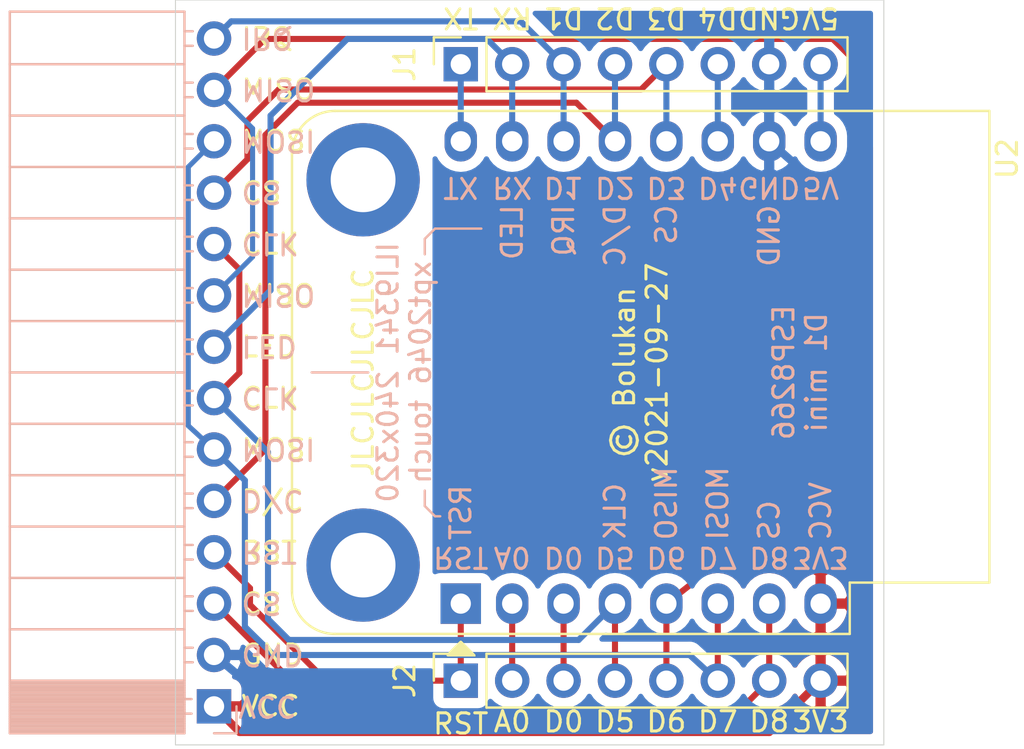
<source format=kicad_pcb>
(kicad_pcb (version 20171130) (host pcbnew "(5.1.10)-1")

  (general
    (thickness 1.6)
    (drawings 86)
    (tracks 79)
    (zones 0)
    (modules 6)
    (nets 17)
  )

  (page A4)
  (layers
    (0 F.Cu signal)
    (31 B.Cu signal)
    (32 B.Adhes user hide)
    (33 F.Adhes user hide)
    (34 B.Paste user hide)
    (35 F.Paste user hide)
    (36 B.SilkS user)
    (37 F.SilkS user)
    (38 B.Mask user hide)
    (39 F.Mask user hide)
    (40 Dwgs.User user hide)
    (41 Cmts.User user hide)
    (42 Eco1.User user hide)
    (43 Eco2.User user hide)
    (44 Edge.Cuts user hide)
    (45 Margin user hide)
    (46 B.CrtYd user hide)
    (47 F.CrtYd user hide)
    (48 B.Fab user hide)
    (49 F.Fab user hide)
  )

  (setup
    (last_trace_width 0.3)
    (trace_clearance 0.25)
    (zone_clearance 0.508)
    (zone_45_only no)
    (trace_min 0.2)
    (via_size 0.8)
    (via_drill 0.4)
    (via_min_size 0.4)
    (via_min_drill 0.3)
    (uvia_size 0.3)
    (uvia_drill 0.1)
    (uvias_allowed no)
    (uvia_min_size 0.2)
    (uvia_min_drill 0.1)
    (edge_width 0.05)
    (segment_width 0.2)
    (pcb_text_width 0.3)
    (pcb_text_size 1.5 1.5)
    (mod_edge_width 0.12)
    (mod_text_size 1 1)
    (mod_text_width 0.15)
    (pad_size 1.524 1.524)
    (pad_drill 0.762)
    (pad_to_mask_clearance 0)
    (aux_axis_origin 0 0)
    (visible_elements 7FFFFFFF)
    (pcbplotparams
      (layerselection 0x010fc_ffffffff)
      (usegerberextensions true)
      (usegerberattributes false)
      (usegerberadvancedattributes false)
      (creategerberjobfile false)
      (excludeedgelayer true)
      (linewidth 0.100000)
      (plotframeref false)
      (viasonmask false)
      (mode 1)
      (useauxorigin false)
      (hpglpennumber 1)
      (hpglpenspeed 20)
      (hpglpendiameter 15.000000)
      (psnegative false)
      (psa4output false)
      (plotreference true)
      (plotvalue false)
      (plotinvisibletext false)
      (padsonsilk false)
      (subtractmaskfromsilk true)
      (outputformat 1)
      (mirror false)
      (drillshape 0)
      (scaleselection 1)
      (outputdirectory "Gerber_jlcpcb/"))
  )

  (net 0 "")
  (net 1 T_IRQ)
  (net 2 MISO)
  (net 3 MOSI)
  (net 4 T_CS)
  (net 5 SCLK)
  (net 6 S_LED)
  (net 7 S_DC)
  (net 8 MCU_RESET)
  (net 9 S_CS)
  (net 10 GND)
  (net 11 S_VCC)
  (net 12 5V)
  (net 13 D4)
  (net 14 TX)
  (net 15 D0)
  (net 16 A0)

  (net_class Default "This is the default net class."
    (clearance 0.25)
    (trace_width 0.3)
    (via_dia 0.8)
    (via_drill 0.4)
    (uvia_dia 0.3)
    (uvia_drill 0.1)
    (add_net 5V)
    (add_net A0)
    (add_net D0)
    (add_net D4)
    (add_net MCU_RESET)
    (add_net MISO)
    (add_net MOSI)
    (add_net SCLK)
    (add_net S_CS)
    (add_net S_DC)
    (add_net S_LED)
    (add_net TX)
    (add_net T_CS)
    (add_net T_IRQ)
  )

  (net_class Power ""
    (clearance 0.25)
    (trace_width 0.4)
    (via_dia 0.8)
    (via_drill 0.4)
    (uvia_dia 0.3)
    (uvia_drill 0.1)
    (add_net GND)
    (add_net S_VCC)
  )

  (module Connector_PinSocket_2.54mm:PinSocket_1x08_P2.54mm_Vertical (layer F.Cu) (tedit 5A19A420) (tstamp 6150F2B0)
    (at 97.282 62.23 90)
    (descr "Through hole straight socket strip, 1x08, 2.54mm pitch, single row (from Kicad 4.0.7), script generated")
    (tags "Through hole socket strip THT 1x08 2.54mm single row")
    (path /615107CF)
    (fp_text reference J1 (at 0 -2.77 90) (layer F.SilkS)
      (effects (font (size 1 1) (thickness 0.15)))
    )
    (fp_text value Conn_01x08 (at 0 20.55 90) (layer F.Fab)
      (effects (font (size 1 1) (thickness 0.15)))
    )
    (fp_line (start -1.8 19.55) (end -1.8 -1.8) (layer F.CrtYd) (width 0.05))
    (fp_line (start 1.75 19.55) (end -1.8 19.55) (layer F.CrtYd) (width 0.05))
    (fp_line (start 1.75 -1.8) (end 1.75 19.55) (layer F.CrtYd) (width 0.05))
    (fp_line (start -1.8 -1.8) (end 1.75 -1.8) (layer F.CrtYd) (width 0.05))
    (fp_line (start 0 -1.33) (end 1.33 -1.33) (layer F.SilkS) (width 0.12))
    (fp_line (start 1.33 -1.33) (end 1.33 0) (layer F.SilkS) (width 0.12))
    (fp_line (start 1.33 1.27) (end 1.33 19.11) (layer F.SilkS) (width 0.12))
    (fp_line (start -1.33 19.11) (end 1.33 19.11) (layer F.SilkS) (width 0.12))
    (fp_line (start -1.33 1.27) (end -1.33 19.11) (layer F.SilkS) (width 0.12))
    (fp_line (start -1.33 1.27) (end 1.33 1.27) (layer F.SilkS) (width 0.12))
    (fp_line (start -1.27 19.05) (end -1.27 -1.27) (layer F.Fab) (width 0.1))
    (fp_line (start 1.27 19.05) (end -1.27 19.05) (layer F.Fab) (width 0.1))
    (fp_line (start 1.27 -0.635) (end 1.27 19.05) (layer F.Fab) (width 0.1))
    (fp_line (start 0.635 -1.27) (end 1.27 -0.635) (layer F.Fab) (width 0.1))
    (fp_line (start -1.27 -1.27) (end 0.635 -1.27) (layer F.Fab) (width 0.1))
    (fp_text user %R (at 0 8.89) (layer F.Fab)
      (effects (font (size 1 1) (thickness 0.15)))
    )
    (pad 8 thru_hole oval (at 0 17.78 90) (size 1.7 1.7) (drill 1) (layers *.Cu *.Mask)
      (net 12 5V))
    (pad 7 thru_hole oval (at 0 15.24 90) (size 1.7 1.7) (drill 1) (layers *.Cu *.Mask)
      (net 10 GND))
    (pad 6 thru_hole oval (at 0 12.7 90) (size 1.7 1.7) (drill 1) (layers *.Cu *.Mask)
      (net 13 D4))
    (pad 5 thru_hole oval (at 0 10.16 90) (size 1.7 1.7) (drill 1) (layers *.Cu *.Mask)
      (net 4 T_CS))
    (pad 4 thru_hole oval (at 0 7.62 90) (size 1.7 1.7) (drill 1) (layers *.Cu *.Mask)
      (net 7 S_DC))
    (pad 3 thru_hole oval (at 0 5.08 90) (size 1.7 1.7) (drill 1) (layers *.Cu *.Mask)
      (net 1 T_IRQ))
    (pad 2 thru_hole oval (at 0 2.54 90) (size 1.7 1.7) (drill 1) (layers *.Cu *.Mask)
      (net 6 S_LED))
    (pad 1 thru_hole rect (at 0 0 90) (size 1.7 1.7) (drill 1) (layers *.Cu *.Mask)
      (net 14 TX))
    (model ${KISYS3DMOD}/Connector_PinSocket_2.54mm.3dshapes/PinSocket_1x08_P2.54mm_Vertical.wrl
      (at (xyz 0 0 0))
      (scale (xyz 1 1 1))
      (rotate (xyz 0 0 0))
    )
  )

  (module Connector_PinSocket_2.54mm:PinSocket_1x08_P2.54mm_Vertical (layer F.Cu) (tedit 5A19A420) (tstamp 6150F2CC)
    (at 97.282 92.71 90)
    (descr "Through hole straight socket strip, 1x08, 2.54mm pitch, single row (from Kicad 4.0.7), script generated")
    (tags "Through hole socket strip THT 1x08 2.54mm single row")
    (path /6150FB8F)
    (fp_text reference J2 (at 0 -2.77 90) (layer F.SilkS)
      (effects (font (size 1 1) (thickness 0.15)))
    )
    (fp_text value Conn_01x08 (at 0 20.55 90) (layer F.Fab)
      (effects (font (size 1 1) (thickness 0.15)))
    )
    (fp_line (start -1.8 19.55) (end -1.8 -1.8) (layer F.CrtYd) (width 0.05))
    (fp_line (start 1.75 19.55) (end -1.8 19.55) (layer F.CrtYd) (width 0.05))
    (fp_line (start 1.75 -1.8) (end 1.75 19.55) (layer F.CrtYd) (width 0.05))
    (fp_line (start -1.8 -1.8) (end 1.75 -1.8) (layer F.CrtYd) (width 0.05))
    (fp_line (start 0 -1.33) (end 1.33 -1.33) (layer F.SilkS) (width 0.12))
    (fp_line (start 1.33 -1.33) (end 1.33 0) (layer F.SilkS) (width 0.12))
    (fp_line (start 1.33 1.27) (end 1.33 19.11) (layer F.SilkS) (width 0.12))
    (fp_line (start -1.33 19.11) (end 1.33 19.11) (layer F.SilkS) (width 0.12))
    (fp_line (start -1.33 1.27) (end -1.33 19.11) (layer F.SilkS) (width 0.12))
    (fp_line (start -1.33 1.27) (end 1.33 1.27) (layer F.SilkS) (width 0.12))
    (fp_line (start -1.27 19.05) (end -1.27 -1.27) (layer F.Fab) (width 0.1))
    (fp_line (start 1.27 19.05) (end -1.27 19.05) (layer F.Fab) (width 0.1))
    (fp_line (start 1.27 -0.635) (end 1.27 19.05) (layer F.Fab) (width 0.1))
    (fp_line (start 0.635 -1.27) (end 1.27 -0.635) (layer F.Fab) (width 0.1))
    (fp_line (start -1.27 -1.27) (end 0.635 -1.27) (layer F.Fab) (width 0.1))
    (fp_text user %R (at 0 8.89) (layer F.Fab)
      (effects (font (size 1 1) (thickness 0.15)))
    )
    (pad 8 thru_hole oval (at 0 17.78 90) (size 1.7 1.7) (drill 1) (layers *.Cu *.Mask)
      (net 11 S_VCC))
    (pad 7 thru_hole oval (at 0 15.24 90) (size 1.7 1.7) (drill 1) (layers *.Cu *.Mask)
      (net 9 S_CS))
    (pad 6 thru_hole oval (at 0 12.7 90) (size 1.7 1.7) (drill 1) (layers *.Cu *.Mask)
      (net 3 MOSI))
    (pad 5 thru_hole oval (at 0 10.16 90) (size 1.7 1.7) (drill 1) (layers *.Cu *.Mask)
      (net 2 MISO))
    (pad 4 thru_hole oval (at 0 7.62 90) (size 1.7 1.7) (drill 1) (layers *.Cu *.Mask)
      (net 5 SCLK))
    (pad 3 thru_hole oval (at 0 5.08 90) (size 1.7 1.7) (drill 1) (layers *.Cu *.Mask)
      (net 15 D0))
    (pad 2 thru_hole oval (at 0 2.54 90) (size 1.7 1.7) (drill 1) (layers *.Cu *.Mask)
      (net 16 A0))
    (pad 1 thru_hole rect (at 0 0 90) (size 1.7 1.7) (drill 1) (layers *.Cu *.Mask)
      (net 8 MCU_RESET))
    (model ${KISYS3DMOD}/Connector_PinSocket_2.54mm.3dshapes/PinSocket_1x08_P2.54mm_Vertical.wrl
      (at (xyz 0 0 0))
      (scale (xyz 1 1 1))
      (rotate (xyz 0 0 0))
    )
  )

  (module MountingHole:MountingHole_3.2mm_M3_DIN965_Pad (layer F.Cu) (tedit 56D1B4CB) (tstamp 6150E929)
    (at 92.456 86.995)
    (descr "Mounting Hole 3.2mm, M3, DIN965")
    (tags "mounting hole 3.2mm m3 din965")
    (path /6150E6D4)
    (attr virtual)
    (fp_text reference " " (at 0 -3.8) (layer F.SilkS)
      (effects (font (size 1 1) (thickness 0.15)))
    )
    (fp_text value MountingHole (at 0 3.8) (layer F.Fab)
      (effects (font (size 1 1) (thickness 0.15)))
    )
    (fp_circle (center 0 0) (end 3.05 0) (layer F.CrtYd) (width 0.05))
    (fp_circle (center 0 0) (end 2.8 0) (layer Cmts.User) (width 0.15))
    (fp_text user %R (at 0.3 0) (layer F.Fab)
      (effects (font (size 1 1) (thickness 0.15)))
    )
    (pad 1 thru_hole circle (at 0 0) (size 5.6 5.6) (drill 3.2) (layers *.Cu *.Mask))
  )

  (module MountingHole:MountingHole_3.2mm_M3_DIN965_Pad (layer F.Cu) (tedit 56D1B4CB) (tstamp 6150E921)
    (at 92.456 67.945)
    (descr "Mounting Hole 3.2mm, M3, DIN965")
    (tags "mounting hole 3.2mm m3 din965")
    (path /6150E24E)
    (attr virtual)
    (fp_text reference " " (at 0 -3.8) (layer F.SilkS)
      (effects (font (size 1 1) (thickness 0.15)))
    )
    (fp_text value MountingHole (at 0 3.8) (layer F.Fab)
      (effects (font (size 1 1) (thickness 0.15)))
    )
    (fp_circle (center 0 0) (end 3.05 0) (layer F.CrtYd) (width 0.05))
    (fp_circle (center 0 0) (end 2.8 0) (layer Cmts.User) (width 0.15))
    (fp_text user %R (at 0.3 0) (layer F.Fab)
      (effects (font (size 1 1) (thickness 0.15)))
    )
    (pad 1 thru_hole circle (at 0 0) (size 5.6 5.6) (drill 3.2) (layers *.Cu *.Mask))
  )

  (module Module:WEMOS_D1_mini_light (layer F.Cu) (tedit 5BBFB1CE) (tstamp 61480EAD)
    (at 97.282 88.9 90)
    (descr "16-pin module, column spacing 22.86 mm (900 mils), https://wiki.wemos.cc/products:d1:d1_mini, https://c1.staticflickr.com/1/734/31400410271_f278b087db_z.jpg")
    (tags "ESP8266 WiFi microcontroller")
    (path /6147DC92)
    (fp_text reference U2 (at 22 27 90) (layer F.SilkS)
      (effects (font (size 1 1) (thickness 0.15)))
    )
    (fp_text value WeMos_D1_mini (at 11.7 0 90) (layer F.Fab)
      (effects (font (size 1 1) (thickness 0.15)))
    )
    (fp_line (start 1.04 19.22) (end 1.04 26.12) (layer F.SilkS) (width 0.12))
    (fp_line (start -1.5 19.22) (end 1.04 19.22) (layer F.SilkS) (width 0.12))
    (fp_line (start -0.37 0) (end -1.37 -1) (layer F.Fab) (width 0.1))
    (fp_line (start -1.37 1) (end -0.37 0) (layer F.Fab) (width 0.1))
    (fp_line (start -1.37 -6.21) (end -1.37 -1) (layer F.Fab) (width 0.1))
    (fp_line (start 1.17 19.09) (end 1.17 25.99) (layer F.Fab) (width 0.1))
    (fp_line (start -1.37 19.09) (end 1.17 19.09) (layer F.Fab) (width 0.1))
    (fp_line (start -1.35 -7.4) (end -0.55 -8.2) (layer Dwgs.User) (width 0.1))
    (fp_line (start -1.3 -5.45) (end 1.45 -8.2) (layer Dwgs.User) (width 0.1))
    (fp_line (start -1.35 -3.4) (end 3.45 -8.2) (layer Dwgs.User) (width 0.1))
    (fp_line (start 22.65 -1.4) (end 24.25 -3) (layer Dwgs.User) (width 0.1))
    (fp_line (start 20.65 -1.4) (end 24.25 -5) (layer Dwgs.User) (width 0.1))
    (fp_line (start 18.65 -1.4) (end 24.25 -7) (layer Dwgs.User) (width 0.1))
    (fp_line (start 16.65 -1.4) (end 23.45 -8.2) (layer Dwgs.User) (width 0.1))
    (fp_line (start 14.65 -1.4) (end 21.45 -8.2) (layer Dwgs.User) (width 0.1))
    (fp_line (start 12.65 -1.4) (end 19.45 -8.2) (layer Dwgs.User) (width 0.1))
    (fp_line (start 10.65 -1.4) (end 17.45 -8.2) (layer Dwgs.User) (width 0.1))
    (fp_line (start 8.65 -1.4) (end 15.45 -8.2) (layer Dwgs.User) (width 0.1))
    (fp_line (start 6.65 -1.4) (end 13.45 -8.2) (layer Dwgs.User) (width 0.1))
    (fp_line (start 4.65 -1.4) (end 11.45 -8.2) (layer Dwgs.User) (width 0.1))
    (fp_line (start 2.65 -1.4) (end 9.45 -8.2) (layer Dwgs.User) (width 0.1))
    (fp_line (start 0.65 -1.4) (end 7.45 -8.2) (layer Dwgs.User) (width 0.1))
    (fp_line (start -1.35 -1.4) (end 5.45 -8.2) (layer Dwgs.User) (width 0.1))
    (fp_line (start -1.35 -8.2) (end -1.35 -1.4) (layer Dwgs.User) (width 0.1))
    (fp_line (start 24.25 -8.2) (end -1.35 -8.2) (layer Dwgs.User) (width 0.1))
    (fp_line (start 24.25 -1.4) (end 24.25 -8.2) (layer Dwgs.User) (width 0.1))
    (fp_line (start -1.35 -1.4) (end 24.25 -1.4) (layer Dwgs.User) (width 0.1))
    (fp_poly (pts (xy -2.54 -0.635) (xy -2.54 0.635) (xy -1.905 0)) (layer F.SilkS) (width 0.15))
    (fp_line (start -1.62 26.24) (end -1.62 -8.46) (layer F.CrtYd) (width 0.05))
    (fp_line (start 24.48 26.24) (end -1.62 26.24) (layer F.CrtYd) (width 0.05))
    (fp_line (start 24.48 -8.41) (end 24.48 26.24) (layer F.CrtYd) (width 0.05))
    (fp_line (start -1.62 -8.46) (end 24.48 -8.46) (layer F.CrtYd) (width 0.05))
    (fp_line (start -1.37 1) (end -1.37 19.09) (layer F.Fab) (width 0.1))
    (fp_line (start 22.23 -8.21) (end 0.63 -8.21) (layer F.Fab) (width 0.1))
    (fp_line (start 24.23 25.99) (end 24.23 -6.21) (layer F.Fab) (width 0.1))
    (fp_line (start 1.17 25.99) (end 24.23 25.99) (layer F.Fab) (width 0.1))
    (fp_line (start 22.24 -8.34) (end 0.63 -8.34) (layer F.SilkS) (width 0.12))
    (fp_line (start 24.36 26.12) (end 24.36 -6.21) (layer F.SilkS) (width 0.12))
    (fp_line (start -1.5 19.22) (end -1.5 -6.21) (layer F.SilkS) (width 0.12))
    (fp_line (start 1.04 26.12) (end 24.36 26.12) (layer F.SilkS) (width 0.12))
    (fp_text user "No copper" (at 11.43 -3.81 90) (layer Cmts.User)
      (effects (font (size 1 1) (thickness 0.15)))
    )
    (fp_text user "KEEP OUT" (at 11.43 -6.35 90) (layer Cmts.User)
      (effects (font (size 1 1) (thickness 0.15)))
    )
    (fp_arc (start 22.23 -6.21) (end 24.36 -6.21) (angle -90) (layer F.SilkS) (width 0.12))
    (fp_arc (start 0.63 -6.21) (end 0.63 -8.34) (angle -90) (layer F.SilkS) (width 0.12))
    (fp_arc (start 22.23 -6.21) (end 24.23 -6.19) (angle -90) (layer F.Fab) (width 0.1))
    (fp_arc (start 0.63 -6.21) (end 0.63 -8.21) (angle -90) (layer F.Fab) (width 0.1))
    (fp_text user %R (at 11.43 10 90) (layer F.Fab)
      (effects (font (size 1 1) (thickness 0.15)))
    )
    (pad 16 thru_hole oval (at 22.86 0 90) (size 2 1.6) (drill 1) (layers *.Cu *.Mask)
      (net 14 TX))
    (pad 15 thru_hole oval (at 22.86 2.54 90) (size 2 1.6) (drill 1) (layers *.Cu *.Mask)
      (net 6 S_LED))
    (pad 14 thru_hole oval (at 22.86 5.08 90) (size 2 1.6) (drill 1) (layers *.Cu *.Mask)
      (net 1 T_IRQ))
    (pad 13 thru_hole oval (at 22.86 7.62 90) (size 2 1.6) (drill 1) (layers *.Cu *.Mask)
      (net 7 S_DC))
    (pad 12 thru_hole oval (at 22.86 10.16 90) (size 2 1.6) (drill 1) (layers *.Cu *.Mask)
      (net 4 T_CS))
    (pad 11 thru_hole oval (at 22.86 12.7 90) (size 2 1.6) (drill 1) (layers *.Cu *.Mask)
      (net 13 D4))
    (pad 10 thru_hole oval (at 22.86 15.24 90) (size 2 1.6) (drill 1) (layers *.Cu *.Mask)
      (net 10 GND))
    (pad 9 thru_hole oval (at 22.86 17.78 90) (size 2 1.6) (drill 1) (layers *.Cu *.Mask)
      (net 12 5V))
    (pad 8 thru_hole oval (at 0 17.78 90) (size 2 1.6) (drill 1) (layers *.Cu *.Mask)
      (net 11 S_VCC))
    (pad 7 thru_hole oval (at 0 15.24 90) (size 2 1.6) (drill 1) (layers *.Cu *.Mask)
      (net 9 S_CS))
    (pad 6 thru_hole oval (at 0 12.7 90) (size 2 1.6) (drill 1) (layers *.Cu *.Mask)
      (net 3 MOSI))
    (pad 5 thru_hole oval (at 0 10.16 90) (size 2 1.6) (drill 1) (layers *.Cu *.Mask)
      (net 2 MISO))
    (pad 4 thru_hole oval (at 0 7.62 90) (size 2 1.6) (drill 1) (layers *.Cu *.Mask)
      (net 5 SCLK))
    (pad 3 thru_hole oval (at 0 5.08 90) (size 2 1.6) (drill 1) (layers *.Cu *.Mask)
      (net 15 D0))
    (pad 1 thru_hole rect (at 0 0 90) (size 2 2) (drill 1) (layers *.Cu *.Mask)
      (net 8 MCU_RESET))
    (pad 2 thru_hole oval (at 0 2.54 90) (size 2 1.6) (drill 1) (layers *.Cu *.Mask)
      (net 16 A0))
    (model ${KISYS3DMOD}/Module.3dshapes/WEMOS_D1_mini_light.wrl
      (at (xyz 0 0 0))
      (scale (xyz 1 1 1))
      (rotate (xyz 0 0 0))
    )
    (model ${KISYS3DMOD}/Connector_PinHeader_2.54mm.3dshapes/PinHeader_1x08_P2.54mm_Vertical.wrl
      (offset (xyz 0 0 9.5))
      (scale (xyz 1 1 1))
      (rotate (xyz 0 -180 0))
    )
    (model ${KISYS3DMOD}/Connector_PinHeader_2.54mm.3dshapes/PinHeader_1x08_P2.54mm_Vertical.wrl
      (offset (xyz 22.86 0 9.5))
      (scale (xyz 1 1 1))
      (rotate (xyz 0 -180 0))
    )
    (model ${KISYS3DMOD}/Connector_PinSocket_2.54mm.3dshapes/PinSocket_1x08_P2.54mm_Vertical.wrl
      (at (xyz 0 0 0))
      (scale (xyz 1 1 1))
      (rotate (xyz 0 0 0))
    )
    (model ${KISYS3DMOD}/Connector_PinSocket_2.54mm.3dshapes/PinSocket_1x08_P2.54mm_Vertical.wrl
      (offset (xyz 22.86 0 0))
      (scale (xyz 1 1 1))
      (rotate (xyz 0 0 0))
    )
  )

  (module Connector_PinSocket_2.54mm:PinSocket_1x14_P2.54mm_Horizontal (layer B.Cu) (tedit 5A19A425) (tstamp 615102DC)
    (at 85.09 93.98)
    (descr "Through hole angled socket strip, 1x14, 2.54mm pitch, 8.51mm socket length, single row (from Kicad 4.0.7), script generated")
    (tags "Through hole angled socket strip THT 1x14 2.54mm single row")
    (path /6147C69F)
    (fp_text reference " " (at 0 1.27) (layer F.SilkS)
      (effects (font (size 1 1) (thickness 0.15)))
    )
    (fp_text value ILI9341 (at -3.175 -37.465) (layer F.Fab)
      (effects (font (size 1 1) (thickness 0.15)))
    )
    (fp_line (start 1.75 -34.85) (end 1.75 1.75) (layer B.CrtYd) (width 0.05))
    (fp_line (start -10.55 -34.85) (end 1.75 -34.85) (layer B.CrtYd) (width 0.05))
    (fp_line (start -10.55 1.75) (end -10.55 -34.85) (layer B.CrtYd) (width 0.05))
    (fp_line (start 1.75 1.75) (end -10.55 1.75) (layer B.CrtYd) (width 0.05))
    (fp_line (start 0 1.33) (end 1.11 1.33) (layer B.SilkS) (width 0.12))
    (fp_line (start 1.11 1.33) (end 1.11 0) (layer B.SilkS) (width 0.12))
    (fp_line (start -10.09 1.33) (end -10.09 -34.35) (layer B.SilkS) (width 0.12))
    (fp_line (start -10.09 -34.35) (end -1.46 -34.35) (layer B.SilkS) (width 0.12))
    (fp_line (start -1.46 1.33) (end -1.46 -34.35) (layer B.SilkS) (width 0.12))
    (fp_line (start -10.09 1.33) (end -1.46 1.33) (layer B.SilkS) (width 0.12))
    (fp_line (start -10.09 -31.75) (end -1.46 -31.75) (layer B.SilkS) (width 0.12))
    (fp_line (start -10.09 -29.21) (end -1.46 -29.21) (layer B.SilkS) (width 0.12))
    (fp_line (start -10.09 -26.67) (end -1.46 -26.67) (layer B.SilkS) (width 0.12))
    (fp_line (start -10.09 -24.13) (end -1.46 -24.13) (layer B.SilkS) (width 0.12))
    (fp_line (start -10.09 -21.59) (end -1.46 -21.59) (layer B.SilkS) (width 0.12))
    (fp_line (start -10.09 -19.05) (end -1.46 -19.05) (layer B.SilkS) (width 0.12))
    (fp_line (start -10.09 -16.51) (end -1.46 -16.51) (layer B.SilkS) (width 0.12))
    (fp_line (start -10.09 -13.97) (end -1.46 -13.97) (layer B.SilkS) (width 0.12))
    (fp_line (start -10.09 -11.43) (end -1.46 -11.43) (layer B.SilkS) (width 0.12))
    (fp_line (start -10.09 -8.89) (end -1.46 -8.89) (layer B.SilkS) (width 0.12))
    (fp_line (start -10.09 -6.35) (end -1.46 -6.35) (layer B.SilkS) (width 0.12))
    (fp_line (start -10.09 -3.81) (end -1.46 -3.81) (layer B.SilkS) (width 0.12))
    (fp_line (start -10.09 -1.27) (end -1.46 -1.27) (layer B.SilkS) (width 0.12))
    (fp_line (start -1.46 -33.38) (end -1.05 -33.38) (layer B.SilkS) (width 0.12))
    (fp_line (start -1.46 -32.66) (end -1.05 -32.66) (layer B.SilkS) (width 0.12))
    (fp_line (start -1.46 -30.84) (end -1.05 -30.84) (layer B.SilkS) (width 0.12))
    (fp_line (start -1.46 -30.12) (end -1.05 -30.12) (layer B.SilkS) (width 0.12))
    (fp_line (start -1.46 -28.3) (end -1.05 -28.3) (layer B.SilkS) (width 0.12))
    (fp_line (start -1.46 -27.58) (end -1.05 -27.58) (layer B.SilkS) (width 0.12))
    (fp_line (start -1.46 -25.76) (end -1.05 -25.76) (layer B.SilkS) (width 0.12))
    (fp_line (start -1.46 -25.04) (end -1.05 -25.04) (layer B.SilkS) (width 0.12))
    (fp_line (start -1.46 -23.22) (end -1.05 -23.22) (layer B.SilkS) (width 0.12))
    (fp_line (start -1.46 -22.5) (end -1.05 -22.5) (layer B.SilkS) (width 0.12))
    (fp_line (start -1.46 -20.68) (end -1.05 -20.68) (layer B.SilkS) (width 0.12))
    (fp_line (start -1.46 -19.96) (end -1.05 -19.96) (layer B.SilkS) (width 0.12))
    (fp_line (start -1.46 -18.14) (end -1.05 -18.14) (layer B.SilkS) (width 0.12))
    (fp_line (start -1.46 -17.42) (end -1.05 -17.42) (layer B.SilkS) (width 0.12))
    (fp_line (start -1.46 -15.6) (end -1.05 -15.6) (layer B.SilkS) (width 0.12))
    (fp_line (start -1.46 -14.88) (end -1.05 -14.88) (layer B.SilkS) (width 0.12))
    (fp_line (start -1.46 -13.06) (end -1.05 -13.06) (layer B.SilkS) (width 0.12))
    (fp_line (start -1.46 -12.34) (end -1.05 -12.34) (layer B.SilkS) (width 0.12))
    (fp_line (start -1.46 -10.52) (end -1.05 -10.52) (layer B.SilkS) (width 0.12))
    (fp_line (start -1.46 -9.8) (end -1.05 -9.8) (layer B.SilkS) (width 0.12))
    (fp_line (start -1.46 -7.98) (end -1.05 -7.98) (layer B.SilkS) (width 0.12))
    (fp_line (start -1.46 -7.26) (end -1.05 -7.26) (layer B.SilkS) (width 0.12))
    (fp_line (start -1.46 -5.44) (end -1.05 -5.44) (layer B.SilkS) (width 0.12))
    (fp_line (start -1.46 -4.72) (end -1.05 -4.72) (layer B.SilkS) (width 0.12))
    (fp_line (start -1.46 -2.9) (end -1.05 -2.9) (layer B.SilkS) (width 0.12))
    (fp_line (start -1.46 -2.18) (end -1.05 -2.18) (layer B.SilkS) (width 0.12))
    (fp_line (start -1.46 -0.36) (end -1.11 -0.36) (layer B.SilkS) (width 0.12))
    (fp_line (start -1.46 0.36) (end -1.11 0.36) (layer B.SilkS) (width 0.12))
    (fp_line (start -10.09 -1.1519) (end -1.46 -1.1519) (layer B.SilkS) (width 0.12))
    (fp_line (start -10.09 -1.033805) (end -1.46 -1.033805) (layer B.SilkS) (width 0.12))
    (fp_line (start -10.09 -0.91571) (end -1.46 -0.91571) (layer B.SilkS) (width 0.12))
    (fp_line (start -10.09 -0.797615) (end -1.46 -0.797615) (layer B.SilkS) (width 0.12))
    (fp_line (start -10.09 -0.67952) (end -1.46 -0.67952) (layer B.SilkS) (width 0.12))
    (fp_line (start -10.09 -0.561425) (end -1.46 -0.561425) (layer B.SilkS) (width 0.12))
    (fp_line (start -10.09 -0.44333) (end -1.46 -0.44333) (layer B.SilkS) (width 0.12))
    (fp_line (start -10.09 -0.325235) (end -1.46 -0.325235) (layer B.SilkS) (width 0.12))
    (fp_line (start -10.09 -0.20714) (end -1.46 -0.20714) (layer B.SilkS) (width 0.12))
    (fp_line (start -10.09 -0.089045) (end -1.46 -0.089045) (layer B.SilkS) (width 0.12))
    (fp_line (start -10.09 0.02905) (end -1.46 0.02905) (layer B.SilkS) (width 0.12))
    (fp_line (start -10.09 0.147145) (end -1.46 0.147145) (layer B.SilkS) (width 0.12))
    (fp_line (start -10.09 0.26524) (end -1.46 0.26524) (layer B.SilkS) (width 0.12))
    (fp_line (start -10.09 0.383335) (end -1.46 0.383335) (layer B.SilkS) (width 0.12))
    (fp_line (start -10.09 0.50143) (end -1.46 0.50143) (layer B.SilkS) (width 0.12))
    (fp_line (start -10.09 0.619525) (end -1.46 0.619525) (layer B.SilkS) (width 0.12))
    (fp_line (start -10.09 0.73762) (end -1.46 0.73762) (layer B.SilkS) (width 0.12))
    (fp_line (start -10.09 0.855715) (end -1.46 0.855715) (layer B.SilkS) (width 0.12))
    (fp_line (start -10.09 0.97381) (end -1.46 0.97381) (layer B.SilkS) (width 0.12))
    (fp_line (start -10.09 1.091905) (end -1.46 1.091905) (layer B.SilkS) (width 0.12))
    (fp_line (start -10.09 1.21) (end -1.46 1.21) (layer B.SilkS) (width 0.12))
    (fp_line (start 0 -33.32) (end 0 -32.72) (layer B.Fab) (width 0.1))
    (fp_line (start -1.52 -33.32) (end 0 -33.32) (layer B.Fab) (width 0.1))
    (fp_line (start 0 -32.72) (end -1.52 -32.72) (layer B.Fab) (width 0.1))
    (fp_line (start 0 -30.78) (end 0 -30.18) (layer B.Fab) (width 0.1))
    (fp_line (start -1.52 -30.78) (end 0 -30.78) (layer B.Fab) (width 0.1))
    (fp_line (start 0 -30.18) (end -1.52 -30.18) (layer B.Fab) (width 0.1))
    (fp_line (start 0 -28.24) (end 0 -27.64) (layer B.Fab) (width 0.1))
    (fp_line (start -1.52 -28.24) (end 0 -28.24) (layer B.Fab) (width 0.1))
    (fp_line (start 0 -27.64) (end -1.52 -27.64) (layer B.Fab) (width 0.1))
    (fp_line (start 0 -25.7) (end 0 -25.1) (layer B.Fab) (width 0.1))
    (fp_line (start -1.52 -25.7) (end 0 -25.7) (layer B.Fab) (width 0.1))
    (fp_line (start 0 -25.1) (end -1.52 -25.1) (layer B.Fab) (width 0.1))
    (fp_line (start 0 -23.16) (end 0 -22.56) (layer B.Fab) (width 0.1))
    (fp_line (start -1.52 -23.16) (end 0 -23.16) (layer B.Fab) (width 0.1))
    (fp_line (start 0 -22.56) (end -1.52 -22.56) (layer B.Fab) (width 0.1))
    (fp_line (start 0 -20.62) (end 0 -20.02) (layer B.Fab) (width 0.1))
    (fp_line (start -1.52 -20.62) (end 0 -20.62) (layer B.Fab) (width 0.1))
    (fp_line (start 0 -20.02) (end -1.52 -20.02) (layer B.Fab) (width 0.1))
    (fp_line (start 0 -18.08) (end 0 -17.48) (layer B.Fab) (width 0.1))
    (fp_line (start -1.52 -18.08) (end 0 -18.08) (layer B.Fab) (width 0.1))
    (fp_line (start 0 -17.48) (end -1.52 -17.48) (layer B.Fab) (width 0.1))
    (fp_line (start 0 -15.54) (end 0 -14.94) (layer B.Fab) (width 0.1))
    (fp_line (start -1.52 -15.54) (end 0 -15.54) (layer B.Fab) (width 0.1))
    (fp_line (start 0 -14.94) (end -1.52 -14.94) (layer B.Fab) (width 0.1))
    (fp_line (start 0 -13) (end 0 -12.4) (layer B.Fab) (width 0.1))
    (fp_line (start -1.52 -13) (end 0 -13) (layer B.Fab) (width 0.1))
    (fp_line (start 0 -12.4) (end -1.52 -12.4) (layer B.Fab) (width 0.1))
    (fp_line (start 0 -10.46) (end 0 -9.86) (layer B.Fab) (width 0.1))
    (fp_line (start -1.52 -10.46) (end 0 -10.46) (layer B.Fab) (width 0.1))
    (fp_line (start 0 -9.86) (end -1.52 -9.86) (layer B.Fab) (width 0.1))
    (fp_line (start 0 -7.92) (end 0 -7.32) (layer B.Fab) (width 0.1))
    (fp_line (start -1.52 -7.92) (end 0 -7.92) (layer B.Fab) (width 0.1))
    (fp_line (start 0 -7.32) (end -1.52 -7.32) (layer B.Fab) (width 0.1))
    (fp_line (start 0 -5.38) (end 0 -4.78) (layer B.Fab) (width 0.1))
    (fp_line (start -1.52 -5.38) (end 0 -5.38) (layer B.Fab) (width 0.1))
    (fp_line (start 0 -4.78) (end -1.52 -4.78) (layer B.Fab) (width 0.1))
    (fp_line (start 0 -2.84) (end 0 -2.24) (layer B.Fab) (width 0.1))
    (fp_line (start -1.52 -2.84) (end 0 -2.84) (layer B.Fab) (width 0.1))
    (fp_line (start 0 -2.24) (end -1.52 -2.24) (layer B.Fab) (width 0.1))
    (fp_line (start 0 -0.3) (end 0 0.3) (layer B.Fab) (width 0.1))
    (fp_line (start -1.52 -0.3) (end 0 -0.3) (layer B.Fab) (width 0.1))
    (fp_line (start 0 0.3) (end -1.52 0.3) (layer B.Fab) (width 0.1))
    (fp_line (start -10.03 -34.29) (end -10.03 1.27) (layer B.Fab) (width 0.1))
    (fp_line (start -1.52 -34.29) (end -10.03 -34.29) (layer B.Fab) (width 0.1))
    (fp_line (start -1.52 0.3) (end -1.52 -34.29) (layer B.Fab) (width 0.1))
    (fp_line (start -2.49 1.27) (end -1.52 0.3) (layer B.Fab) (width 0.1))
    (fp_line (start -10.03 1.27) (end -2.49 1.27) (layer B.Fab) (width 0.1))
    (fp_text user %R (at -5.775 -16.51 -90) (layer F.Fab)
      (effects (font (size 1 1) (thickness 0.15)))
    )
    (pad 14 thru_hole oval (at 0 -33.02) (size 1.7 1.7) (drill 1) (layers *.Cu *.Mask)
      (net 1 T_IRQ))
    (pad 13 thru_hole oval (at 0 -30.48) (size 1.7 1.7) (drill 1) (layers *.Cu *.Mask)
      (net 2 MISO))
    (pad 12 thru_hole oval (at 0 -27.94) (size 1.7 1.7) (drill 1) (layers *.Cu *.Mask)
      (net 3 MOSI))
    (pad 11 thru_hole oval (at 0 -25.4) (size 1.7 1.7) (drill 1) (layers *.Cu *.Mask)
      (net 4 T_CS))
    (pad 10 thru_hole oval (at 0 -22.86) (size 1.7 1.7) (drill 1) (layers *.Cu *.Mask)
      (net 5 SCLK))
    (pad 9 thru_hole oval (at 0 -20.32) (size 1.7 1.7) (drill 1) (layers *.Cu *.Mask)
      (net 2 MISO))
    (pad 8 thru_hole oval (at 0 -17.78) (size 1.7 1.7) (drill 1) (layers *.Cu *.Mask)
      (net 6 S_LED))
    (pad 7 thru_hole oval (at 0 -15.24) (size 1.7 1.7) (drill 1) (layers *.Cu *.Mask)
      (net 5 SCLK))
    (pad 6 thru_hole oval (at 0 -12.7) (size 1.7 1.7) (drill 1) (layers *.Cu *.Mask)
      (net 3 MOSI))
    (pad 5 thru_hole oval (at 0 -10.16) (size 1.7 1.7) (drill 1) (layers *.Cu *.Mask)
      (net 7 S_DC))
    (pad 4 thru_hole oval (at 0 -7.62) (size 1.7 1.7) (drill 1) (layers *.Cu *.Mask)
      (net 8 MCU_RESET))
    (pad 3 thru_hole oval (at 0 -5.08) (size 1.7 1.7) (drill 1) (layers *.Cu *.Mask)
      (net 9 S_CS))
    (pad 2 thru_hole oval (at 0 -2.54) (size 1.7 1.7) (drill 1) (layers *.Cu *.Mask)
      (net 10 GND))
    (pad 1 thru_hole rect (at 0 0) (size 1.7 1.7) (drill 1) (layers *.Cu *.Mask)
      (net 11 S_VCC))
    (model ${KISYS3DMOD}/Connector_PinSocket_2.54mm.3dshapes/PinSocket_1x14_P2.54mm_Horizontal.wrl
      (at (xyz 0 0 0))
      (scale (xyz 1 1 1))
      (rotate (xyz 0 0 0))
    )
  )

  (gr_line (start 92.71 77.47) (end 89.916 77.47) (layer B.SilkS) (width 0.12))
  (gr_line (start 95.504 70.866) (end 95.504 71.628) (layer B.SilkS) (width 0.12))
  (gr_line (start 96.012 84.582) (end 96.266 84.582) (layer B.SilkS) (width 0.12))
  (gr_line (start 95.504 84.074) (end 96.012 84.582) (layer B.SilkS) (width 0.12))
  (gr_line (start 95.504 83.312) (end 95.504 84.074) (layer B.SilkS) (width 0.12))
  (gr_line (start 96.012 70.358) (end 95.504 70.866) (layer B.SilkS) (width 0.12) (tstamp 6151246E))
  (gr_line (start 98.298 70.358) (end 96.012 70.358) (layer B.SilkS) (width 0.12))
  (gr_text VCC (at 115.062 85.852 90) (layer B.SilkS)
    (effects (font (size 1 1) (thickness 0.15)) (justify right mirror))
  )
  (gr_text GND (at 112.522 69.088 90) (layer B.SilkS)
    (effects (font (size 1 1) (thickness 0.15)) (justify left mirror))
  )
  (gr_text RST (at 97.282 85.852 90) (layer B.SilkS)
    (effects (font (size 1 1) (thickness 0.15)) (justify right mirror))
  )
  (gr_text CS (at 112.522 85.852 90) (layer B.SilkS)
    (effects (font (size 1 1) (thickness 0.15)) (justify right mirror))
  )
  (gr_text MOSI (at 109.982 85.852 90) (layer B.SilkS)
    (effects (font (size 1 1) (thickness 0.15)) (justify right mirror))
  )
  (gr_text MISO (at 107.442 85.852 90) (layer B.SilkS)
    (effects (font (size 1 1) (thickness 0.15)) (justify right mirror))
  )
  (gr_text CLK (at 104.902 85.852 90) (layer B.SilkS)
    (effects (font (size 1 1) (thickness 0.15)) (justify right mirror))
  )
  (gr_text D/C (at 104.902 69.088 90) (layer B.SilkS)
    (effects (font (size 1 1) (thickness 0.15)) (justify left mirror))
  )
  (gr_text CS (at 107.442 69.088 90) (layer B.SilkS)
    (effects (font (size 1 1) (thickness 0.15)) (justify left mirror))
  )
  (gr_text LED (at 99.822 69.088 90) (layer B.SilkS)
    (effects (font (size 1 1) (thickness 0.15)) (justify left mirror))
  )
  (gr_text IRQ (at 102.362 69.088 90) (layer B.SilkS)
    (effects (font (size 1 1) (thickness 0.15)) (justify left mirror))
  )
  (gr_text "ESP8266\nD1 mini" (at 114.046 77.47 90) (layer B.SilkS)
    (effects (font (size 1 1) (thickness 0.15)) (justify mirror))
  )
  (gr_text "ILI9341 240x320\nxpt2046 touch" (at 94.488 77.47 90) (layer B.SilkS)
    (effects (font (size 1 1) (thickness 0.15)) (justify mirror))
  )
  (gr_text "© Bolukan\nv2021-09-27" (at 106.172 77.47 90) (layer F.SilkS)
    (effects (font (size 1 1) (thickness 0.15)))
  )
  (gr_text JLCJLCJLCJLC (at 92.456 77.47 90) (layer F.SilkS)
    (effects (font (size 1 1) (thickness 0.15)))
  )
  (gr_text 5V (at 115.062 68.326 180) (layer B.SilkS)
    (effects (font (size 1 1) (thickness 0.15)) (justify mirror))
  )
  (gr_text GND (at 112.522 68.326 180) (layer B.SilkS)
    (effects (font (size 1 1) (thickness 0.15)) (justify mirror))
  )
  (gr_text D4 (at 109.982 68.326 180) (layer B.SilkS)
    (effects (font (size 1 1) (thickness 0.15)) (justify mirror))
  )
  (gr_text D3 (at 107.442 68.326 180) (layer B.SilkS)
    (effects (font (size 1 1) (thickness 0.15)) (justify mirror))
  )
  (gr_text D2 (at 104.902 68.326 180) (layer B.SilkS)
    (effects (font (size 1 1) (thickness 0.15)) (justify mirror))
  )
  (gr_text D1 (at 102.362 68.326 180) (layer B.SilkS)
    (effects (font (size 1 1) (thickness 0.15)) (justify mirror))
  )
  (gr_text RX (at 99.822 68.326 180) (layer B.SilkS)
    (effects (font (size 1 1) (thickness 0.15)) (justify mirror))
  )
  (gr_text TX (at 97.282 68.326 180) (layer B.SilkS)
    (effects (font (size 1 1) (thickness 0.15)) (justify mirror))
  )
  (gr_text 5V (at 115.062 59.944 180) (layer F.SilkS)
    (effects (font (size 1 1) (thickness 0.15)))
  )
  (gr_text GND (at 112.522 59.944 180) (layer F.SilkS)
    (effects (font (size 1 1) (thickness 0.15)))
  )
  (gr_text D4 (at 109.982 59.944 180) (layer F.SilkS)
    (effects (font (size 1 1) (thickness 0.15)))
  )
  (gr_text D3 (at 107.442 59.944 180) (layer F.SilkS)
    (effects (font (size 1 1) (thickness 0.15)))
  )
  (gr_text D2 (at 104.902 59.944 180) (layer F.SilkS)
    (effects (font (size 1 1) (thickness 0.15)))
  )
  (gr_text D1 (at 102.362 59.944 180) (layer F.SilkS)
    (effects (font (size 1 1) (thickness 0.15)))
  )
  (gr_text RX (at 99.822 59.944 180) (layer F.SilkS)
    (effects (font (size 1 1) (thickness 0.15)))
  )
  (gr_text TX (at 97.282 59.944 180) (layer F.SilkS)
    (effects (font (size 1 1) (thickness 0.15)))
  )
  (gr_text D7 (at 109.982 86.614 180) (layer B.SilkS) (tstamp 61510BE5)
    (effects (font (size 1 1) (thickness 0.15)) (justify mirror))
  )
  (gr_text D6 (at 107.442 86.614 180) (layer B.SilkS) (tstamp 61510BE4)
    (effects (font (size 1 1) (thickness 0.15)) (justify mirror))
  )
  (gr_text 3V3 (at 115.062 86.614 180) (layer B.SilkS) (tstamp 61510BE3)
    (effects (font (size 1 1) (thickness 0.15)) (justify mirror))
  )
  (gr_text D8 (at 112.522 86.614 180) (layer B.SilkS) (tstamp 61510BE2)
    (effects (font (size 1 1) (thickness 0.15)) (justify mirror))
  )
  (gr_text D5 (at 104.902 86.614 180) (layer B.SilkS) (tstamp 61510BE1)
    (effects (font (size 1 1) (thickness 0.15)) (justify mirror))
  )
  (gr_text D0 (at 102.362 86.614 180) (layer B.SilkS) (tstamp 61510BE0)
    (effects (font (size 1 1) (thickness 0.15)) (justify mirror))
  )
  (gr_text A0 (at 99.822 86.614 180) (layer B.SilkS) (tstamp 61510BDF)
    (effects (font (size 1 1) (thickness 0.15)) (justify mirror))
  )
  (gr_text RST (at 97.282 86.614 180) (layer B.SilkS) (tstamp 61510BDE)
    (effects (font (size 1 1) (thickness 0.15)) (justify mirror))
  )
  (gr_text 3V3 (at 115.062 94.742) (layer F.SilkS)
    (effects (font (size 1 1) (thickness 0.15)))
  )
  (gr_text D8 (at 112.522 94.742) (layer F.SilkS)
    (effects (font (size 1 1) (thickness 0.15)))
  )
  (gr_text D7 (at 109.982 94.742) (layer F.SilkS)
    (effects (font (size 1 1) (thickness 0.15)))
  )
  (gr_text D6 (at 107.442 94.742) (layer F.SilkS)
    (effects (font (size 1 1) (thickness 0.15)))
  )
  (gr_text D5 (at 104.902 94.742) (layer F.SilkS)
    (effects (font (size 1 1) (thickness 0.15)))
  )
  (gr_text D0 (at 102.362 94.742) (layer F.SilkS)
    (effects (font (size 1 1) (thickness 0.15)))
  )
  (gr_text A0 (at 99.822 94.742) (layer F.SilkS)
    (effects (font (size 1 1) (thickness 0.15)))
  )
  (gr_text RST (at 97.282 94.8436) (layer F.SilkS)
    (effects (font (size 1 1) (thickness 0.15)))
  )
  (gr_text CLK (at 86.36 71.12 180) (layer B.SilkS) (tstamp 615107A1)
    (effects (font (size 1 1) (thickness 0.15)) (justify left mirror))
  )
  (gr_text MISO (at 86.36 63.5 180) (layer B.SilkS) (tstamp 615107A0)
    (effects (font (size 1 1) (thickness 0.15)) (justify left mirror))
  )
  (gr_text MOSI (at 86.36 66.04 180) (layer B.SilkS) (tstamp 6151079F)
    (effects (font (size 1 1) (thickness 0.15)) (justify left mirror))
  )
  (gr_text D/C (at 86.36 83.82 180) (layer B.SilkS) (tstamp 6151079E)
    (effects (font (size 1 1) (thickness 0.15)) (justify left mirror))
  )
  (gr_text CS (at 86.36 68.58 180) (layer B.SilkS) (tstamp 6151079D)
    (effects (font (size 1 1) (thickness 0.15)) (justify left mirror))
  )
  (gr_text LED (at 86.36 76.2 180) (layer B.SilkS) (tstamp 6151079C)
    (effects (font (size 1 1) (thickness 0.15)) (justify left mirror))
  )
  (gr_text VCC (at 86.2 93.98 180) (layer B.SilkS) (tstamp 6151079B)
    (effects (font (size 1 1) (thickness 0.15)) (justify left mirror))
  )
  (gr_text RST (at 86.36 86.36 180) (layer B.SilkS) (tstamp 6151079A)
    (effects (font (size 1 1) (thickness 0.15)) (justify left mirror))
  )
  (gr_text GND (at 86.36 91.44 180) (layer B.SilkS) (tstamp 61510799)
    (effects (font (size 1 1) (thickness 0.15)) (justify left mirror))
  )
  (gr_text CS (at 86.36 88.9 180) (layer B.SilkS) (tstamp 61510798)
    (effects (font (size 1 1) (thickness 0.15)) (justify left mirror))
  )
  (gr_text MOSI (at 86.36 81.28 180) (layer B.SilkS) (tstamp 61510797)
    (effects (font (size 1 1) (thickness 0.15)) (justify left mirror))
  )
  (gr_text CLK (at 86.36 78.74 180) (layer B.SilkS) (tstamp 61510796)
    (effects (font (size 1 1) (thickness 0.15)) (justify left mirror))
  )
  (gr_text MISO (at 86.36 73.66 180) (layer B.SilkS) (tstamp 61510795)
    (effects (font (size 1 1) (thickness 0.15)) (justify left mirror))
  )
  (gr_text IRQ (at 86.36 60.96 180) (layer B.SilkS) (tstamp 61510794)
    (effects (font (size 1 1) (thickness 0.15)) (justify left mirror))
  )
  (gr_text VCC (at 86.36 93.98) (layer F.SilkS)
    (effects (font (size 1 1) (thickness 0.15)) (justify left))
  )
  (gr_text GND (at 86.36 91.44) (layer F.SilkS)
    (effects (font (size 1 1) (thickness 0.15)) (justify left))
  )
  (gr_text CS (at 86.36 88.9) (layer F.SilkS)
    (effects (font (size 1 1) (thickness 0.15)) (justify left))
  )
  (gr_text RST (at 86.36 86.36) (layer F.SilkS)
    (effects (font (size 1 1) (thickness 0.15)) (justify left))
  )
  (gr_text D/C (at 86.36 83.82) (layer F.SilkS)
    (effects (font (size 1 1) (thickness 0.15)) (justify left))
  )
  (gr_text MOSI (at 86.36 81.28) (layer F.SilkS)
    (effects (font (size 1 1) (thickness 0.15)) (justify left))
  )
  (gr_text CLK (at 86.36 78.74) (layer F.SilkS)
    (effects (font (size 1 1) (thickness 0.15)) (justify left))
  )
  (gr_text LED (at 86.36 76.2) (layer F.SilkS)
    (effects (font (size 1 1) (thickness 0.15)) (justify left))
  )
  (gr_text MISO (at 86.36 73.66) (layer F.SilkS)
    (effects (font (size 1 1) (thickness 0.15)) (justify left))
  )
  (gr_text CLK (at 86.36 71.12) (layer F.SilkS)
    (effects (font (size 1 1) (thickness 0.15)) (justify left))
  )
  (gr_text CS (at 86.36 68.58) (layer F.SilkS)
    (effects (font (size 1 1) (thickness 0.15)) (justify left))
  )
  (gr_text MOSI (at 86.36 66.04) (layer F.SilkS)
    (effects (font (size 1 1) (thickness 0.15)) (justify left))
  )
  (gr_text IRQ (at 86.36 60.96) (layer F.SilkS)
    (effects (font (size 1 1) (thickness 0.15)) (justify left))
  )
  (gr_text MISO (at 86.36 63.5) (layer F.SilkS)
    (effects (font (size 1 1) (thickness 0.15)) (justify left))
  )
  (gr_line (start 118.185 59.055) (end 83.185 59.055) (layer Edge.Cuts) (width 0.05) (tstamp 61480AD0))
  (gr_line (start 83.185 95.885) (end 118.185 95.885) (layer Edge.Cuts) (width 0.05))
  (gr_line (start 118.185 59.055) (end 118.185 95.885) (layer Edge.Cuts) (width 0.05) (tstamp 61480934))
  (gr_line (start 83.185 59.055) (end 83.185 95.885) (layer Edge.Cuts) (width 0.05))

  (segment (start 102.362 62.23) (end 102.362 66.04) (width 0.3) (layer B.Cu) (net 1))
  (segment (start 100.242001 60.110001) (end 102.362 62.23) (width 0.3) (layer B.Cu) (net 1))
  (segment (start 85.939999 60.110001) (end 100.242001 60.110001) (width 0.3) (layer B.Cu) (net 1))
  (segment (start 85.09 60.96) (end 85.939999 60.110001) (width 0.3) (layer B.Cu) (net 1))
  (segment (start 86.995 71.755) (end 85.09 73.66) (width 0.25) (layer B.Cu) (net 2))
  (segment (start 86.995 65.405) (end 86.995 71.755) (width 0.25) (layer B.Cu) (net 2))
  (segment (start 85.09 63.5) (end 86.995 65.405) (width 0.25) (layer B.Cu) (net 2))
  (segment (start 86.995 61.595) (end 85.09 63.5) (width 0.3) (layer F.Cu) (net 2))
  (segment (start 108.64201 75.25399) (end 116.586 67.31) (width 0.3) (layer F.Cu) (net 2))
  (segment (start 108.64201 87.95399) (end 108.64201 75.25399) (width 0.3) (layer F.Cu) (net 2))
  (segment (start 107.442 88.9) (end 108.64201 87.95399) (width 0.3) (layer F.Cu) (net 2))
  (segment (start 87.610001 60.979999) (end 86.995 61.595) (width 0.3) (layer F.Cu) (net 2))
  (segment (start 115.662001 60.979999) (end 87.610001 60.979999) (width 0.3) (layer F.Cu) (net 2))
  (segment (start 116.586 61.903998) (end 115.662001 60.979999) (width 0.3) (layer F.Cu) (net 2))
  (segment (start 116.586 67.31) (end 116.586 61.903998) (width 0.3) (layer F.Cu) (net 2))
  (segment (start 107.442 92.71) (end 107.442 88.9) (width 0.3) (layer F.Cu) (net 2))
  (segment (start 83.82 67.31) (end 85.09 66.04) (width 0.25) (layer B.Cu) (net 3))
  (segment (start 83.82 80.104999) (end 83.82 67.31) (width 0.25) (layer B.Cu) (net 3))
  (segment (start 85.09 81.28) (end 83.82 80.104999) (width 0.25) (layer B.Cu) (net 3))
  (segment (start 109.982 92.71) (end 109.982 88.9) (width 0.3) (layer F.Cu) (net 3))
  (segment (start 86.614 82.804) (end 85.09 81.28) (width 0.3) (layer B.Cu) (net 3))
  (segment (start 86.614 90.043) (end 86.614 82.804) (width 0.3) (layer B.Cu) (net 3))
  (segment (start 88.030999 91.44) (end 86.614 90.043) (width 0.3) (layer B.Cu) (net 3))
  (segment (start 108.585 91.44) (end 88.030999 91.44) (width 0.3) (layer B.Cu) (net 3))
  (segment (start 109.982 92.71) (end 108.585 91.44) (width 0.3) (layer B.Cu) (net 3))
  (segment (start 86.741 66.929) (end 85.09 68.58) (width 0.3) (layer F.Cu) (net 4))
  (segment (start 86.741 65.024) (end 86.741 66.929) (width 0.3) (layer F.Cu) (net 4))
  (segment (start 107.442 62.23) (end 107.442 66.04) (width 0.3) (layer B.Cu) (net 4))
  (segment (start 106.191999 63.480001) (end 107.442 62.23) (width 0.3) (layer F.Cu) (net 4))
  (segment (start 88.284999 63.480001) (end 106.191999 63.480001) (width 0.3) (layer F.Cu) (net 4))
  (segment (start 86.741 65.024) (end 88.284999 63.480001) (width 0.3) (layer F.Cu) (net 4))
  (segment (start 86.340001 72.370001) (end 85.09 71.12) (width 0.3) (layer F.Cu) (net 5))
  (segment (start 86.340001 77.489999) (end 86.340001 72.370001) (width 0.3) (layer F.Cu) (net 5))
  (segment (start 85.09 78.74) (end 86.340001 77.489999) (width 0.3) (layer F.Cu) (net 5))
  (segment (start 104.902 89.154) (end 104.902 88.9) (width 0.3) (layer B.Cu) (net 5))
  (segment (start 87.757 81.407) (end 85.09 78.74) (width 0.3) (layer B.Cu) (net 5))
  (segment (start 104.902 92.71) (end 104.902 88.9) (width 0.3) (layer F.Cu) (net 5))
  (segment (start 103.10499 90.69701) (end 88.79201 90.69701) (width 0.3) (layer B.Cu) (net 5))
  (segment (start 104.902 88.9) (end 103.10499 90.69701) (width 0.3) (layer B.Cu) (net 5))
  (segment (start 87.757 89.662) (end 88.79201 90.69701) (width 0.3) (layer B.Cu) (net 5))
  (segment (start 87.757 81.407) (end 87.757 89.662) (width 0.3) (layer B.Cu) (net 5))
  (segment (start 99.822 62.23) (end 99.822 66.04) (width 0.3) (layer B.Cu) (net 6))
  (segment (start 98.571999 60.979999) (end 99.822 62.23) (width 0.3) (layer B.Cu) (net 6))
  (segment (start 91.674001 60.979999) (end 98.571999 60.979999) (width 0.3) (layer B.Cu) (net 6))
  (segment (start 87.884 64.77) (end 91.674001 60.979999) (width 0.3) (layer B.Cu) (net 6))
  (segment (start 87.884 73.406) (end 87.884 64.77) (width 0.3) (layer B.Cu) (net 6))
  (segment (start 85.09 76.2) (end 87.884 73.406) (width 0.3) (layer B.Cu) (net 6))
  (segment (start 104.902 66.04) (end 102.997 64.135) (width 0.3) (layer F.Cu) (net 7))
  (segment (start 89.223298 64.135) (end 87.63 65.728298) (width 0.3) (layer F.Cu) (net 7))
  (segment (start 102.997 64.135) (end 89.223298 64.135) (width 0.3) (layer F.Cu) (net 7))
  (segment (start 87.63 81.28) (end 85.09 83.82) (width 0.3) (layer F.Cu) (net 7))
  (segment (start 87.63 65.728298) (end 87.63 81.28) (width 0.3) (layer F.Cu) (net 7))
  (segment (start 104.902 62.23) (end 104.902 66.04) (width 0.3) (layer B.Cu) (net 7))
  (segment (start 88.969298 91.059) (end 86.868 88.957702) (width 0.3) (layer F.Cu) (net 8))
  (segment (start 86.868 88.138) (end 85.09 86.36) (width 0.3) (layer F.Cu) (net 8))
  (segment (start 86.868 88.957702) (end 86.868 88.138) (width 0.3) (layer F.Cu) (net 8))
  (segment (start 97.282 88.9) (end 97.282 92.71) (width 0.3) (layer F.Cu) (net 8))
  (segment (start 90.620298 92.71) (end 88.969298 91.059) (width 0.3) (layer F.Cu) (net 8))
  (segment (start 97.282 92.71) (end 90.620298 92.71) (width 0.3) (layer F.Cu) (net 8))
  (segment (start 85.09 88.9) (end 89.281 93.091) (width 0.3) (layer F.Cu) (net 9))
  (segment (start 112.522 92.71) (end 112.522 88.9) (width 0.3) (layer F.Cu) (net 9))
  (segment (start 112.522 92.71) (end 110.617 94.615) (width 0.3) (layer F.Cu) (net 9))
  (segment (start 90.805 94.615) (end 89.281 93.091) (width 0.3) (layer F.Cu) (net 9))
  (segment (start 110.617 94.615) (end 90.805 94.615) (width 0.3) (layer F.Cu) (net 9))
  (segment (start 112.522 62.23) (end 112.522 66.04) (width 0.4) (layer B.Cu) (net 10))
  (segment (start 116.84 69.85) (end 112.522 66.04) (width 0.4) (layer B.Cu) (net 10))
  (segment (start 116.84 93.110002) (end 116.84 69.85) (width 0.4) (layer B.Cu) (net 10))
  (segment (start 115.57 94.615) (end 116.84 93.110002) (width 0.4) (layer B.Cu) (net 10))
  (segment (start 88.9 94.615) (end 115.57 94.615) (width 0.4) (layer B.Cu) (net 10))
  (segment (start 85.09 91.44) (end 88.9 94.615) (width 0.4) (layer B.Cu) (net 10))
  (segment (start 115.062 92.71) (end 115.062 88.9) (width 0.4) (layer F.Cu) (net 11))
  (segment (start 112.522 95.25) (end 115.062 92.71) (width 0.4) (layer F.Cu) (net 11))
  (segment (start 86.36 95.25) (end 112.522 95.25) (width 0.4) (layer F.Cu) (net 11))
  (segment (start 85.09 93.98) (end 86.36 95.25) (width 0.4) (layer F.Cu) (net 11))
  (segment (start 115.062 62.23) (end 115.062 66.04) (width 0.3) (layer B.Cu) (net 12))
  (segment (start 109.982 62.23) (end 109.982 66.04) (width 0.3) (layer B.Cu) (net 13))
  (segment (start 97.282 62.23) (end 97.282 66.04) (width 0.3) (layer B.Cu) (net 14))
  (segment (start 102.362 92.71) (end 102.362 88.9) (width 0.3) (layer F.Cu) (net 15))
  (segment (start 99.822 92.71) (end 99.822 88.9) (width 0.3) (layer F.Cu) (net 16))

  (zone (net 10) (net_name GND) (layer B.Cu) (tstamp 61510063) (hatch edge 0.508)
    (connect_pads (clearance 0.508))
    (min_thickness 0.254)
    (fill yes (arc_segments 32) (thermal_gap 0.508) (thermal_bridge_width 0.508))
    (polygon
      (pts
        (xy 118.1608 59.055) (xy 118.1608 95.885) (xy 114.935 95.885) (xy 83.185 95.885) (xy 83.185 59.055)
        (xy 114.935 59.055)
      )
    )
    (filled_polygon
      (pts
        (xy 117.525001 95.225) (xy 86.437295 95.225) (xy 86.470537 95.184494) (xy 86.529502 95.07418) (xy 86.565812 94.954482)
        (xy 86.578072 94.83) (xy 86.578072 93.13) (xy 86.565812 93.005518) (xy 86.529502 92.88582) (xy 86.470537 92.775506)
        (xy 86.391185 92.678815) (xy 86.294494 92.599463) (xy 86.18418 92.540498) (xy 86.103534 92.516034) (xy 86.187588 92.440269)
        (xy 86.361641 92.20692) (xy 86.486825 91.944099) (xy 86.531476 91.79689) (xy 86.410155 91.567) (xy 85.217 91.567)
        (xy 85.217 91.587) (xy 84.963 91.587) (xy 84.963 91.567) (xy 84.943 91.567) (xy 84.943 91.313)
        (xy 84.963 91.313) (xy 84.963 91.293) (xy 85.217 91.293) (xy 85.217 91.313) (xy 86.410155 91.313)
        (xy 86.531476 91.08311) (xy 86.523203 91.055835) (xy 87.450429 91.969975) (xy 87.473235 91.997764) (xy 87.505347 92.024118)
        (xy 87.507338 92.026081) (xy 87.535137 92.048567) (xy 87.592766 92.095862) (xy 87.595252 92.097191) (xy 87.597438 92.098959)
        (xy 87.663318 92.133573) (xy 87.729139 92.168754) (xy 87.731838 92.169573) (xy 87.734326 92.17088) (xy 87.805789 92.192005)
        (xy 87.877112 92.213641) (xy 87.87991 92.213917) (xy 87.882614 92.214716) (xy 87.956822 92.221492) (xy 87.992438 92.225)
        (xy 87.99524 92.225) (xy 88.036604 92.228777) (xy 88.072348 92.225) (xy 95.793928 92.225) (xy 95.793928 93.56)
        (xy 95.806188 93.684482) (xy 95.842498 93.80418) (xy 95.901463 93.914494) (xy 95.980815 94.011185) (xy 96.077506 94.090537)
        (xy 96.18782 94.149502) (xy 96.307518 94.185812) (xy 96.432 94.198072) (xy 98.132 94.198072) (xy 98.256482 94.185812)
        (xy 98.37618 94.149502) (xy 98.486494 94.090537) (xy 98.583185 94.011185) (xy 98.662537 93.914494) (xy 98.721502 93.80418)
        (xy 98.743513 93.73162) (xy 98.875368 93.863475) (xy 99.118589 94.02599) (xy 99.388842 94.137932) (xy 99.67574 94.195)
        (xy 99.96826 94.195) (xy 100.255158 94.137932) (xy 100.525411 94.02599) (xy 100.768632 93.863475) (xy 100.975475 93.656632)
        (xy 101.092 93.48224) (xy 101.208525 93.656632) (xy 101.415368 93.863475) (xy 101.658589 94.02599) (xy 101.928842 94.137932)
        (xy 102.21574 94.195) (xy 102.50826 94.195) (xy 102.795158 94.137932) (xy 103.065411 94.02599) (xy 103.308632 93.863475)
        (xy 103.515475 93.656632) (xy 103.632 93.48224) (xy 103.748525 93.656632) (xy 103.955368 93.863475) (xy 104.198589 94.02599)
        (xy 104.468842 94.137932) (xy 104.75574 94.195) (xy 105.04826 94.195) (xy 105.335158 94.137932) (xy 105.605411 94.02599)
        (xy 105.848632 93.863475) (xy 106.055475 93.656632) (xy 106.172 93.48224) (xy 106.288525 93.656632) (xy 106.495368 93.863475)
        (xy 106.738589 94.02599) (xy 107.008842 94.137932) (xy 107.29574 94.195) (xy 107.58826 94.195) (xy 107.875158 94.137932)
        (xy 108.145411 94.02599) (xy 108.388632 93.863475) (xy 108.595475 93.656632) (xy 108.712 93.48224) (xy 108.828525 93.656632)
        (xy 109.035368 93.863475) (xy 109.278589 94.02599) (xy 109.548842 94.137932) (xy 109.83574 94.195) (xy 110.12826 94.195)
        (xy 110.415158 94.137932) (xy 110.685411 94.02599) (xy 110.928632 93.863475) (xy 111.135475 93.656632) (xy 111.252 93.48224)
        (xy 111.368525 93.656632) (xy 111.575368 93.863475) (xy 111.818589 94.02599) (xy 112.088842 94.137932) (xy 112.37574 94.195)
        (xy 112.66826 94.195) (xy 112.955158 94.137932) (xy 113.225411 94.02599) (xy 113.468632 93.863475) (xy 113.675475 93.656632)
        (xy 113.792 93.48224) (xy 113.908525 93.656632) (xy 114.115368 93.863475) (xy 114.358589 94.02599) (xy 114.628842 94.137932)
        (xy 114.91574 94.195) (xy 115.20826 94.195) (xy 115.495158 94.137932) (xy 115.765411 94.02599) (xy 116.008632 93.863475)
        (xy 116.215475 93.656632) (xy 116.37799 93.413411) (xy 116.489932 93.143158) (xy 116.547 92.85626) (xy 116.547 92.56374)
        (xy 116.489932 92.276842) (xy 116.37799 92.006589) (xy 116.215475 91.763368) (xy 116.008632 91.556525) (xy 115.765411 91.39401)
        (xy 115.495158 91.282068) (xy 115.20826 91.225) (xy 114.91574 91.225) (xy 114.628842 91.282068) (xy 114.358589 91.39401)
        (xy 114.115368 91.556525) (xy 113.908525 91.763368) (xy 113.792 91.93776) (xy 113.675475 91.763368) (xy 113.468632 91.556525)
        (xy 113.225411 91.39401) (xy 112.955158 91.282068) (xy 112.66826 91.225) (xy 112.37574 91.225) (xy 112.088842 91.282068)
        (xy 111.818589 91.39401) (xy 111.575368 91.556525) (xy 111.368525 91.763368) (xy 111.252 91.93776) (xy 111.135475 91.763368)
        (xy 110.928632 91.556525) (xy 110.685411 91.39401) (xy 110.415158 91.282068) (xy 110.12826 91.225) (xy 109.83574 91.225)
        (xy 109.572979 91.277267) (xy 109.155455 90.8977) (xy 109.142764 90.882236) (xy 109.098345 90.845782) (xy 109.084515 90.833209)
        (xy 109.068576 90.821351) (xy 109.023233 90.784138) (xy 109.006629 90.775263) (xy 108.99154 90.764037) (xy 108.93859 90.738896)
        (xy 108.88686 90.711246) (xy 108.868849 90.705783) (xy 108.851854 90.697713) (xy 108.795003 90.683382) (xy 108.738887 90.666359)
        (xy 108.720159 90.664514) (xy 108.701914 90.659915) (xy 108.643366 90.656951) (xy 108.623561 90.655) (xy 108.604838 90.655)
        (xy 108.547481 90.652096) (xy 108.527698 90.655) (xy 104.257157 90.655) (xy 104.44977 90.462388) (xy 104.620692 90.514236)
        (xy 104.902 90.541943) (xy 105.183309 90.514236) (xy 105.453808 90.432182) (xy 105.703101 90.298932) (xy 105.921608 90.119608)
        (xy 106.100932 89.901101) (xy 106.172 89.768142) (xy 106.243068 89.901101) (xy 106.422393 90.119608) (xy 106.6409 90.298932)
        (xy 106.890193 90.432182) (xy 107.160692 90.514236) (xy 107.442 90.541943) (xy 107.723309 90.514236) (xy 107.993808 90.432182)
        (xy 108.243101 90.298932) (xy 108.461608 90.119608) (xy 108.640932 89.901101) (xy 108.712 89.768142) (xy 108.783068 89.901101)
        (xy 108.962393 90.119608) (xy 109.1809 90.298932) (xy 109.430193 90.432182) (xy 109.700692 90.514236) (xy 109.982 90.541943)
        (xy 110.263309 90.514236) (xy 110.533808 90.432182) (xy 110.783101 90.298932) (xy 111.001608 90.119608) (xy 111.180932 89.901101)
        (xy 111.252 89.768142) (xy 111.323068 89.901101) (xy 111.502393 90.119608) (xy 111.7209 90.298932) (xy 111.970193 90.432182)
        (xy 112.240692 90.514236) (xy 112.522 90.541943) (xy 112.803309 90.514236) (xy 113.073808 90.432182) (xy 113.323101 90.298932)
        (xy 113.541608 90.119608) (xy 113.720932 89.901101) (xy 113.792 89.768142) (xy 113.863068 89.901101) (xy 114.042393 90.119608)
        (xy 114.2609 90.298932) (xy 114.510193 90.432182) (xy 114.780692 90.514236) (xy 115.062 90.541943) (xy 115.343309 90.514236)
        (xy 115.613808 90.432182) (xy 115.863101 90.298932) (xy 116.081608 90.119608) (xy 116.260932 89.901101) (xy 116.394182 89.651807)
        (xy 116.476236 89.381308) (xy 116.497 89.170491) (xy 116.497 88.629508) (xy 116.476236 88.418691) (xy 116.394182 88.148192)
        (xy 116.260932 87.898899) (xy 116.081607 87.680392) (xy 115.8631 87.501068) (xy 115.613807 87.367818) (xy 115.343308 87.285764)
        (xy 115.062 87.258057) (xy 114.780691 87.285764) (xy 114.510192 87.367818) (xy 114.260899 87.501068) (xy 114.042392 87.680393)
        (xy 113.863068 87.8989) (xy 113.792 88.031858) (xy 113.720932 87.898899) (xy 113.541607 87.680392) (xy 113.3231 87.501068)
        (xy 113.073807 87.367818) (xy 112.803308 87.285764) (xy 112.522 87.258057) (xy 112.240691 87.285764) (xy 111.970192 87.367818)
        (xy 111.720899 87.501068) (xy 111.502392 87.680393) (xy 111.323068 87.8989) (xy 111.252 88.031858) (xy 111.180932 87.898899)
        (xy 111.001607 87.680392) (xy 110.7831 87.501068) (xy 110.533807 87.367818) (xy 110.263308 87.285764) (xy 109.982 87.258057)
        (xy 109.700691 87.285764) (xy 109.430192 87.367818) (xy 109.180899 87.501068) (xy 108.962392 87.680393) (xy 108.783068 87.8989)
        (xy 108.712 88.031858) (xy 108.640932 87.898899) (xy 108.461607 87.680392) (xy 108.2431 87.501068) (xy 107.993807 87.367818)
        (xy 107.723308 87.285764) (xy 107.442 87.258057) (xy 107.160691 87.285764) (xy 106.890192 87.367818) (xy 106.640899 87.501068)
        (xy 106.422392 87.680393) (xy 106.243068 87.8989) (xy 106.172 88.031858) (xy 106.100932 87.898899) (xy 105.921607 87.680392)
        (xy 105.7031 87.501068) (xy 105.453807 87.367818) (xy 105.183308 87.285764) (xy 104.902 87.258057) (xy 104.620691 87.285764)
        (xy 104.350192 87.367818) (xy 104.100899 87.501068) (xy 103.882392 87.680393) (xy 103.703068 87.8989) (xy 103.632 88.031858)
        (xy 103.560932 87.898899) (xy 103.381607 87.680392) (xy 103.1631 87.501068) (xy 102.913807 87.367818) (xy 102.643308 87.285764)
        (xy 102.362 87.258057) (xy 102.080691 87.285764) (xy 101.810192 87.367818) (xy 101.560899 87.501068) (xy 101.342392 87.680393)
        (xy 101.163068 87.8989) (xy 101.092 88.031858) (xy 101.020932 87.898899) (xy 100.841607 87.680392) (xy 100.6231 87.501068)
        (xy 100.373807 87.367818) (xy 100.103308 87.285764) (xy 99.822 87.258057) (xy 99.540691 87.285764) (xy 99.270192 87.367818)
        (xy 99.020899 87.501068) (xy 98.859559 87.633477) (xy 98.812537 87.545506) (xy 98.733185 87.448815) (xy 98.636494 87.369463)
        (xy 98.52618 87.310498) (xy 98.406482 87.274188) (xy 98.282 87.261928) (xy 96.282 87.261928) (xy 96.157518 87.274188)
        (xy 96.03782 87.310498) (xy 96.012 87.324299) (xy 96.012 66.908142) (xy 96.083068 67.041101) (xy 96.262393 67.259608)
        (xy 96.4809 67.438932) (xy 96.730193 67.572182) (xy 97.000692 67.654236) (xy 97.282 67.681943) (xy 97.563309 67.654236)
        (xy 97.833808 67.572182) (xy 98.083101 67.438932) (xy 98.301608 67.259608) (xy 98.480932 67.041101) (xy 98.552 66.908142)
        (xy 98.623068 67.041101) (xy 98.802393 67.259608) (xy 99.0209 67.438932) (xy 99.270193 67.572182) (xy 99.540692 67.654236)
        (xy 99.822 67.681943) (xy 100.103309 67.654236) (xy 100.373808 67.572182) (xy 100.623101 67.438932) (xy 100.841608 67.259608)
        (xy 101.020932 67.041101) (xy 101.092 66.908142) (xy 101.163068 67.041101) (xy 101.342393 67.259608) (xy 101.5609 67.438932)
        (xy 101.810193 67.572182) (xy 102.080692 67.654236) (xy 102.362 67.681943) (xy 102.643309 67.654236) (xy 102.913808 67.572182)
        (xy 103.163101 67.438932) (xy 103.381608 67.259608) (xy 103.560932 67.041101) (xy 103.632 66.908142) (xy 103.703068 67.041101)
        (xy 103.882393 67.259608) (xy 104.1009 67.438932) (xy 104.350193 67.572182) (xy 104.620692 67.654236) (xy 104.902 67.681943)
        (xy 105.183309 67.654236) (xy 105.453808 67.572182) (xy 105.703101 67.438932) (xy 105.921608 67.259608) (xy 106.100932 67.041101)
        (xy 106.172 66.908142) (xy 106.243068 67.041101) (xy 106.422393 67.259608) (xy 106.6409 67.438932) (xy 106.890193 67.572182)
        (xy 107.160692 67.654236) (xy 107.442 67.681943) (xy 107.723309 67.654236) (xy 107.993808 67.572182) (xy 108.243101 67.438932)
        (xy 108.461608 67.259608) (xy 108.640932 67.041101) (xy 108.712 66.908142) (xy 108.783068 67.041101) (xy 108.962393 67.259608)
        (xy 109.1809 67.438932) (xy 109.430193 67.572182) (xy 109.700692 67.654236) (xy 109.982 67.681943) (xy 110.263309 67.654236)
        (xy 110.533808 67.572182) (xy 110.783101 67.438932) (xy 111.001608 67.259608) (xy 111.180932 67.041101) (xy 111.250122 66.911655)
        (xy 111.25757 66.929227) (xy 111.416327 67.162662) (xy 111.617575 67.360639) (xy 111.853579 67.515551) (xy 112.11527 67.621444)
        (xy 112.172961 67.631904) (xy 112.395 67.509915) (xy 112.395 66.167) (xy 112.375 66.167) (xy 112.375 65.913)
        (xy 112.395 65.913) (xy 112.395 64.570085) (xy 112.172961 64.448096) (xy 112.11527 64.458556) (xy 111.853579 64.564449)
        (xy 111.617575 64.719361) (xy 111.416327 64.917338) (xy 111.25757 65.150773) (xy 111.250122 65.168345) (xy 111.180932 65.038899)
        (xy 111.001607 64.820392) (xy 110.7831 64.641068) (xy 110.767 64.632462) (xy 110.767 63.491474) (xy 110.928632 63.383475)
        (xy 111.135475 63.176632) (xy 111.257195 62.994466) (xy 111.326822 63.111355) (xy 111.521731 63.327588) (xy 111.75508 63.501641)
        (xy 112.017901 63.626825) (xy 112.16511 63.671476) (xy 112.395 63.550155) (xy 112.395 62.357) (xy 112.375 62.357)
        (xy 112.375 62.103) (xy 112.395 62.103) (xy 112.395 60.909845) (xy 112.649 60.909845) (xy 112.649 62.103)
        (xy 112.669 62.103) (xy 112.669 62.357) (xy 112.649 62.357) (xy 112.649 63.550155) (xy 112.87889 63.671476)
        (xy 113.026099 63.626825) (xy 113.28892 63.501641) (xy 113.522269 63.327588) (xy 113.717178 63.111355) (xy 113.786805 62.994466)
        (xy 113.908525 63.176632) (xy 114.115368 63.383475) (xy 114.277 63.491474) (xy 114.277001 64.632461) (xy 114.260899 64.641068)
        (xy 114.042392 64.820393) (xy 113.863068 65.0389) (xy 113.793878 65.168345) (xy 113.78643 65.150773) (xy 113.627673 64.917338)
        (xy 113.426425 64.719361) (xy 113.190421 64.564449) (xy 112.92873 64.458556) (xy 112.871039 64.448096) (xy 112.649 64.570085)
        (xy 112.649 65.913) (xy 112.669 65.913) (xy 112.669 66.167) (xy 112.649 66.167) (xy 112.649 67.509915)
        (xy 112.871039 67.631904) (xy 112.92873 67.621444) (xy 113.190421 67.515551) (xy 113.426425 67.360639) (xy 113.627673 67.162662)
        (xy 113.78643 66.929227) (xy 113.793878 66.911655) (xy 113.863068 67.041101) (xy 114.042393 67.259608) (xy 114.2609 67.438932)
        (xy 114.510193 67.572182) (xy 114.780692 67.654236) (xy 115.062 67.681943) (xy 115.343309 67.654236) (xy 115.613808 67.572182)
        (xy 115.863101 67.438932) (xy 116.081608 67.259608) (xy 116.260932 67.041101) (xy 116.394182 66.791807) (xy 116.476236 66.521308)
        (xy 116.497 66.310491) (xy 116.497 65.769508) (xy 116.476236 65.558691) (xy 116.394182 65.288192) (xy 116.260932 65.038899)
        (xy 116.081607 64.820392) (xy 115.8631 64.641068) (xy 115.847 64.632462) (xy 115.847 63.491474) (xy 116.008632 63.383475)
        (xy 116.215475 63.176632) (xy 116.37799 62.933411) (xy 116.489932 62.663158) (xy 116.547 62.37626) (xy 116.547 62.08374)
        (xy 116.489932 61.796842) (xy 116.37799 61.526589) (xy 116.215475 61.283368) (xy 116.008632 61.076525) (xy 115.765411 60.91401)
        (xy 115.495158 60.802068) (xy 115.20826 60.745) (xy 114.91574 60.745) (xy 114.628842 60.802068) (xy 114.358589 60.91401)
        (xy 114.115368 61.076525) (xy 113.908525 61.283368) (xy 113.786805 61.465534) (xy 113.717178 61.348645) (xy 113.522269 61.132412)
        (xy 113.28892 60.958359) (xy 113.026099 60.833175) (xy 112.87889 60.788524) (xy 112.649 60.909845) (xy 112.395 60.909845)
        (xy 112.16511 60.788524) (xy 112.017901 60.833175) (xy 111.75508 60.958359) (xy 111.521731 61.132412) (xy 111.326822 61.348645)
        (xy 111.257195 61.465534) (xy 111.135475 61.283368) (xy 110.928632 61.076525) (xy 110.685411 60.91401) (xy 110.415158 60.802068)
        (xy 110.12826 60.745) (xy 109.83574 60.745) (xy 109.548842 60.802068) (xy 109.278589 60.91401) (xy 109.035368 61.076525)
        (xy 108.828525 61.283368) (xy 108.712 61.45776) (xy 108.595475 61.283368) (xy 108.388632 61.076525) (xy 108.145411 60.91401)
        (xy 107.875158 60.802068) (xy 107.58826 60.745) (xy 107.29574 60.745) (xy 107.008842 60.802068) (xy 106.738589 60.91401)
        (xy 106.495368 61.076525) (xy 106.288525 61.283368) (xy 106.172 61.45776) (xy 106.055475 61.283368) (xy 105.848632 61.076525)
        (xy 105.605411 60.91401) (xy 105.335158 60.802068) (xy 105.04826 60.745) (xy 104.75574 60.745) (xy 104.468842 60.802068)
        (xy 104.198589 60.91401) (xy 103.955368 61.076525) (xy 103.748525 61.283368) (xy 103.632 61.45776) (xy 103.515475 61.283368)
        (xy 103.308632 61.076525) (xy 103.065411 60.91401) (xy 102.795158 60.802068) (xy 102.50826 60.745) (xy 102.21574 60.745)
        (xy 102.025082 60.782925) (xy 100.957157 59.715) (xy 117.525 59.715)
      )
    )
  )
  (zone (net 11) (net_name S_VCC) (layer F.Cu) (tstamp 61510060) (hatch edge 0.508)
    (connect_pads (clearance 0.508))
    (min_thickness 0.254)
    (fill yes (arc_segments 32) (thermal_gap 0.508) (thermal_bridge_width 0.508))
    (polygon
      (pts
        (xy 118.1608 66.1924) (xy 118.1608 95.885) (xy 114.935 95.885) (xy 83.185 95.885) (xy 83.1596 67.1068)
        (xy 87.2236 67.1576)
      )
    )
    (filled_polygon
      (pts
        (xy 88.753187 93.673345) (xy 88.753192 93.673349) (xy 90.222658 95.142816) (xy 90.247236 95.172764) (xy 90.277184 95.197342)
        (xy 90.277187 95.197345) (xy 90.306559 95.22145) (xy 90.310885 95.225) (xy 86.437295 95.225) (xy 86.470537 95.184494)
        (xy 86.529502 95.07418) (xy 86.565812 94.954482) (xy 86.578072 94.83) (xy 86.575 94.26575) (xy 86.41625 94.107)
        (xy 85.217 94.107) (xy 85.217 94.127) (xy 84.963 94.127) (xy 84.963 94.107) (xy 84.943 94.107)
        (xy 84.943 93.853) (xy 84.963 93.853) (xy 84.963 93.833) (xy 85.217 93.833) (xy 85.217 93.853)
        (xy 86.41625 93.853) (xy 86.575 93.69425) (xy 86.578072 93.13) (xy 86.565812 93.005518) (xy 86.529502 92.88582)
        (xy 86.470537 92.775506) (xy 86.391185 92.678815) (xy 86.294494 92.599463) (xy 86.18418 92.540498) (xy 86.11162 92.518487)
        (xy 86.243475 92.386632) (xy 86.40599 92.143411) (xy 86.517932 91.873158) (xy 86.575 91.58626) (xy 86.575 91.495157)
      )
    )
    (filled_polygon
      (pts
        (xy 117.525001 95.225) (xy 111.111115 95.225) (xy 111.174764 95.172764) (xy 111.199347 95.14281) (xy 112.185082 94.157075)
        (xy 112.37574 94.195) (xy 112.66826 94.195) (xy 112.955158 94.137932) (xy 113.225411 94.02599) (xy 113.468632 93.863475)
        (xy 113.675475 93.656632) (xy 113.797195 93.474466) (xy 113.866822 93.591355) (xy 114.061731 93.807588) (xy 114.29508 93.981641)
        (xy 114.557901 94.106825) (xy 114.70511 94.151476) (xy 114.935 94.030155) (xy 114.935 92.837) (xy 115.189 92.837)
        (xy 115.189 94.030155) (xy 115.41889 94.151476) (xy 115.566099 94.106825) (xy 115.82892 93.981641) (xy 116.062269 93.807588)
        (xy 116.257178 93.591355) (xy 116.406157 93.341252) (xy 116.503481 93.066891) (xy 116.382814 92.837) (xy 115.189 92.837)
        (xy 114.935 92.837) (xy 114.915 92.837) (xy 114.915 92.583) (xy 114.935 92.583) (xy 114.935 91.389845)
        (xy 115.189 91.389845) (xy 115.189 92.583) (xy 116.382814 92.583) (xy 116.503481 92.353109) (xy 116.406157 92.078748)
        (xy 116.257178 91.828645) (xy 116.062269 91.612412) (xy 115.82892 91.438359) (xy 115.566099 91.313175) (xy 115.41889 91.268524)
        (xy 115.189 91.389845) (xy 114.935 91.389845) (xy 114.70511 91.268524) (xy 114.557901 91.313175) (xy 114.29508 91.438359)
        (xy 114.061731 91.612412) (xy 113.866822 91.828645) (xy 113.797195 91.945534) (xy 113.675475 91.763368) (xy 113.468632 91.556525)
        (xy 113.307 91.448526) (xy 113.307 90.307538) (xy 113.323101 90.298932) (xy 113.541608 90.119608) (xy 113.720932 89.901101)
        (xy 113.790122 89.771655) (xy 113.79757 89.789227) (xy 113.956327 90.022662) (xy 114.157575 90.220639) (xy 114.393579 90.375551)
        (xy 114.65527 90.481444) (xy 114.712961 90.491904) (xy 114.935 90.369915) (xy 114.935 89.027) (xy 115.189 89.027)
        (xy 115.189 90.369915) (xy 115.411039 90.491904) (xy 115.46873 90.481444) (xy 115.730421 90.375551) (xy 115.966425 90.220639)
        (xy 116.167673 90.022662) (xy 116.32643 89.789227) (xy 116.436596 89.529306) (xy 116.493937 89.252887) (xy 116.341474 89.027)
        (xy 115.189 89.027) (xy 114.935 89.027) (xy 114.915 89.027) (xy 114.915 88.773) (xy 114.935 88.773)
        (xy 114.935 87.430085) (xy 115.189 87.430085) (xy 115.189 88.773) (xy 116.341474 88.773) (xy 116.493937 88.547113)
        (xy 116.436596 88.270694) (xy 116.32643 88.010773) (xy 116.167673 87.777338) (xy 115.966425 87.579361) (xy 115.730421 87.424449)
        (xy 115.46873 87.318556) (xy 115.411039 87.308096) (xy 115.189 87.430085) (xy 114.935 87.430085) (xy 114.712961 87.308096)
        (xy 114.65527 87.318556) (xy 114.393579 87.424449) (xy 114.157575 87.579361) (xy 113.956327 87.777338) (xy 113.79757 88.010773)
        (xy 113.790122 88.028345) (xy 113.720932 87.898899) (xy 113.541607 87.680392) (xy 113.3231 87.501068) (xy 113.073807 87.367818)
        (xy 112.803308 87.285764) (xy 112.522 87.258057) (xy 112.240691 87.285764) (xy 111.970192 87.367818) (xy 111.720899 87.501068)
        (xy 111.502392 87.680393) (xy 111.323068 87.8989) (xy 111.252 88.031858) (xy 111.180932 87.898899) (xy 111.001607 87.680392)
        (xy 110.7831 87.501068) (xy 110.533807 87.367818) (xy 110.263308 87.285764) (xy 109.982 87.258057) (xy 109.700691 87.285764)
        (xy 109.430192 87.367818) (xy 109.42701 87.369519) (xy 109.42701 75.579147) (xy 117.113817 67.892341) (xy 117.143764 67.867764)
        (xy 117.241862 67.748233) (xy 117.314754 67.61186) (xy 117.359641 67.463887) (xy 117.371 67.348561) (xy 117.371 67.348554)
        (xy 117.374797 67.310001) (xy 117.371 67.271448) (xy 117.371 66.344102) (xy 117.525 66.339298)
      )
    )
  )
  (zone (net 0) (net_name "") (layers F&B.Cu) (tstamp 0) (hatch edge 0.508)
    (connect_pads (clearance 0.508))
    (min_thickness 0.254)
    (keepout (tracks not_allowed) (vias not_allowed) (copperpour allowed))
    (fill (arc_segments 32) (thermal_gap 0.508) (thermal_bridge_width 0.508))
    (polygon
      (pts
        (xy 95.885 90.297) (xy 89.027 90.297) (xy 89.027 64.643) (xy 95.885 64.643)
      )
    )
  )
  (zone (net 0) (net_name "") (layers F&B.Cu) (tstamp 0) (hatch edge 0.508)
    (connect_pads (clearance 0.508))
    (min_thickness 0.254)
    (keepout (tracks not_allowed) (vias not_allowed) (copperpour not_allowed))
    (fill (arc_segments 32) (thermal_gap 0.508) (thermal_bridge_width 0.508))
    (polygon
      (pts
        (xy 95.885 90.297) (xy 89.027 90.297) (xy 89.027 64.643) (xy 95.885 64.643)
      )
    )
  )
)

</source>
